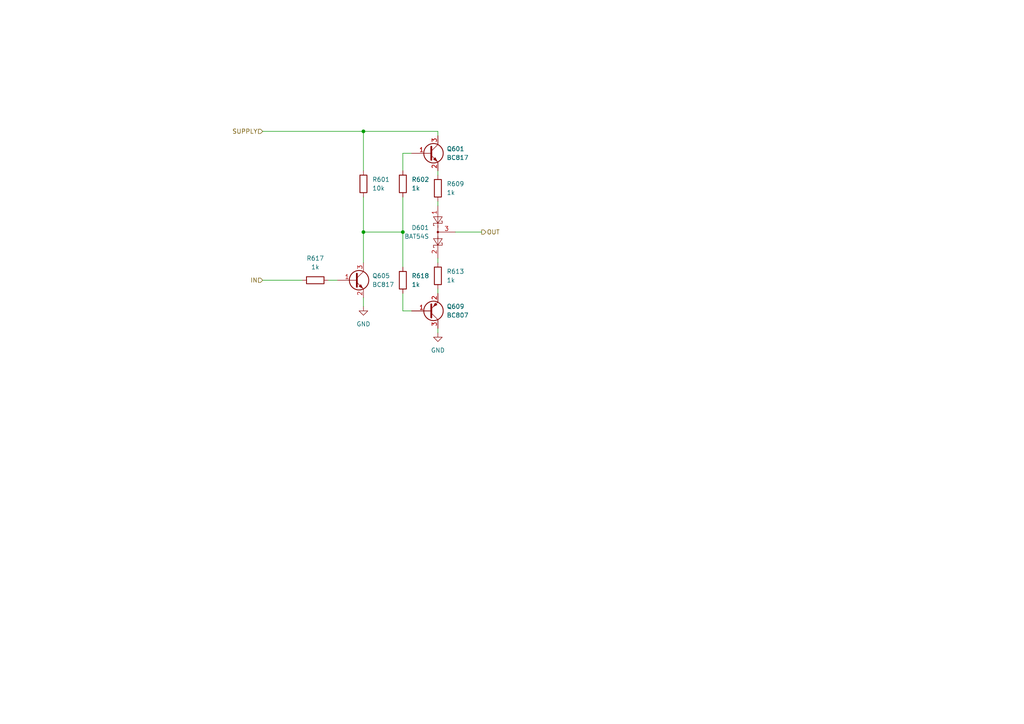
<source format=kicad_sch>
(kicad_sch (version 20230121) (generator eeschema)
  (paper "A4")
  (lib_symbols
    (symbol "Device:R" (pin_numbers hide) (pin_names (offset 0))
      (property "Reference" "R" (at 2.032 0 90))
      (property "Value" "R" (at 0 0 90))
      (symbol "R_0_1"
        (rectangle (start -1.016 -2.54) (end 1.016 2.54) (stroke (width 0.254)))
      )
      (symbol "R_1_1"
        (pin passive line (at 0 3.81 270) (length 1.27) (name "~") (number "1"))
        (pin passive line (at 0 -3.81 90) (length 1.27) (name "~") (number "2"))
      )
    )
    (symbol "FaSTTUBe_PnP:BAT54S" (pin_names (offset 1.016))
      (property "Reference" "D" (at 0.635 -3.81 0))
      (property "Value" "BAT54S" (at -6.35 3.175 0))
      (symbol "BAT54S_0_1"
        (polyline (pts (xy -3.81 0) (xy -1.27 0)))
        (polyline (pts (xy -3.175 -1.27) (xy -3.175 -1.016)))
        (polyline (pts (xy -2.54 -1.27) (xy -3.175 -1.27)))
        (polyline (pts (xy -2.54 -1.27) (xy -2.54 1.27)))
        (polyline (pts (xy -2.54 1.27) (xy -1.905 1.27)))
        (polyline (pts (xy -1.905 0) (xy 1.905 0)))
        (polyline (pts (xy -1.905 1.27) (xy -1.905 1.016)))
        (polyline (pts (xy 1.27 0) (xy 3.81 0)))
        (polyline (pts (xy 3.175 -1.27) (xy 3.175 -1.016)))
        (polyline (pts (xy 3.81 -1.27) (xy 3.175 -1.27)))
        (polyline (pts (xy 3.81 -1.27) (xy 3.81 1.27)))
        (polyline (pts (xy 3.81 1.27) (xy 4.445 1.27)))
        (polyline (pts (xy 4.445 1.27) (xy 4.445 1.016)))
        (polyline (pts (xy -4.445 1.27) (xy -4.445 -1.27) (xy -2.54 0) (xy -4.445 1.27)))
        (polyline (pts (xy 1.905 1.27) (xy 1.905 -1.27) (xy 3.81 0) (xy 1.905 1.27)))
        (circle (center 0 0) (radius 0.254) (fill (type outline)))
      )
      (symbol "BAT54S_1_1"
        (pin passive line (at -7.62 0 0) (length 3.81) (name "~") (number "1"))
        (pin passive line (at 7.62 0 180) (length 3.81) (name "~") (number "2"))
        (pin passive line (at 0 -5.08 90) (length 5.08) (name "~") (number "3"))
      )
    )
    (symbol "FaSTTUBe_PnP:BC807" (pin_names (offset 0) hide)
      (property "Reference" "Q" (at 5.08 1.905 0))
      (property "Value" "BC807" (at 5.08 0 0))
      (symbol "BC807_0_1"
        (polyline (pts (xy 0.635 0.635) (xy 2.54 2.54)))
        (polyline (pts (xy 0.635 -0.635) (xy 2.54 -2.54) (xy 2.54 -2.54)))
        (polyline (pts (xy 0.635 1.905) (xy 0.635 -1.905) (xy 0.635 -1.905)) (stroke (width 0.508)))
        (polyline (pts (xy 2.286 -1.778) (xy 1.778 -2.286) (xy 1.27 -1.27) (xy 2.286 -1.778) (xy 2.286 -1.778)) (fill (type outline)))
        (circle (center 1.27 0) (radius 2.8194) (stroke (width 0.254)))
      )
      (symbol "BC807_1_1"
        (pin input line (at -5.08 0 0) (length 5.715) (name "B") (number "1"))
        (pin passive line (at 2.54 -5.08 90) (length 2.54) (name "E") (number "2"))
        (pin passive line (at 2.54 5.08 270) (length 2.54) (name "C") (number "3"))
      )
    )
    (symbol "FaSTTUBe_PnP:BC817" (pin_names (offset 0) hide)
      (property "Reference" "Q" (at 5.08 1.905 0))
      (property "Value" "BC817" (at 5.08 0 0))
      (symbol "BC817_0_1"
        (polyline (pts (xy 0.635 0.635) (xy 2.54 2.54)))
        (polyline (pts (xy 0.635 -0.635) (xy 2.54 -2.54) (xy 2.54 -2.54)))
        (polyline (pts (xy 0.635 1.905) (xy 0.635 -1.905) (xy 0.635 -1.905)) (stroke (width 0.508)))
        (polyline (pts (xy 1.27 -1.778) (xy 1.778 -1.27) (xy 2.286 -2.286) (xy 1.27 -1.778) (xy 1.27 -1.778)) (fill (type outline)))
        (circle (center 1.27 0) (radius 2.8194) (stroke (width 0.254)))
      )
      (symbol "BC817_1_1"
        (pin input line (at -5.08 0 0) (length 5.715) (name "B") (number "1"))
        (pin passive line (at 2.54 -5.08 90) (length 2.54) (name "E") (number "2"))
        (pin passive line (at 2.54 5.08 270) (length 2.54) (name "C") (number "3"))
      )
    )
    (symbol "power:GND" (power) (pin_names (offset 0))
      (property "Value" "GND" (at 0 -3.81 0))
      (symbol "GND_0_1"
        (polyline (pts (xy 0 0) (xy 0 -1.27) (xy 1.27 -1.27) (xy 0 -2.54) (xy -1.27 -1.27) (xy 0 -1.27)))
      )
      (symbol "GND_1_1"
        (pin power_in line (at 0 0 270) (length 0) hide (name "GND") (number "1"))
      )
    )
  )
  (junction (at 116.84 67.31))
  (junction (at 105.41 67.31))
  (junction (at 105.41 38.1))
  (wire (pts (xy 116.84 44.45) (xy 119.38 44.45)))
  (wire (pts (xy 116.84 49.53) (xy 116.84 44.45)))
  (wire (pts (xy 127 74.93) (xy 127 76.2)))
  (wire (pts (xy 116.84 67.31) (xy 116.84 77.47)))
  (wire (pts (xy 105.41 67.31) (xy 116.84 67.31)))
  (wire (pts (xy 127 58.42) (xy 127 59.69)))
  (wire (pts (xy 127 38.1) (xy 127 39.37)))
  (wire (pts (xy 127 95.25) (xy 127 96.52)))
  (wire (pts (xy 127 83.82) (xy 127 85.09)))
  (wire (pts (xy 105.41 86.36) (xy 105.41 88.9)))
  (wire (pts (xy 105.41 49.53) (xy 105.41 38.1)))
  (wire (pts (xy 76.2 81.28) (xy 87.63 81.28)))
  (wire (pts (xy 132.08 67.31) (xy 139.7 67.31)))
  (wire (pts (xy 76.2 38.1) (xy 105.41 38.1)))
  (wire (pts (xy 105.41 67.31) (xy 105.41 76.2)))
  (wire (pts (xy 127 49.53) (xy 127 50.8)))
  (wire (pts (xy 116.84 90.17) (xy 116.84 85.09)))
  (wire (pts (xy 116.84 57.15) (xy 116.84 67.31)))
  (wire (pts (xy 119.38 90.17) (xy 116.84 90.17)))
  (wire (pts (xy 105.41 38.1) (xy 127 38.1)))
  (wire (pts (xy 95.25 81.28) (xy 97.79 81.28)))
  (wire (pts (xy 105.41 57.15) (xy 105.41 67.31)))
  (hierarchical_label "IN" (shape input) (at 76.2 81.28 180))
  (hierarchical_label "OUT" (shape output) (at 139.7 67.31 0))
  (hierarchical_label "SUPPLY" (shape input) (at 76.2 38.1 180))
  (symbol (lib_id "power:GND") (at 127 96.52 0) (unit 1)
    (property "Reference" "#PWR0605" (effects hide))
    (property "Value" "GND" (at 127 101.6 0))
    (instances (project "Sensor_Board" (path "" (reference "#PWR0605") (unit 1)) (path "" (reference "#PWR0182") (unit 1)) (path "" (reference "#PWR0184") (unit 1)) (path "" (reference "#PWR0186") (unit 1)) (path "" (reference "#PWR0188") (unit 1)) (path "" (reference "#PWR0190") (unit 1)) (path "" (reference "#PWR0192") (unit 1)) (path "" (reference "#PWR0194") (unit 1)) (path "" (reference "#PWR0196") (unit 1))) (project "FT22_VCU_Konzept" (path "" (reference "#PWR0161") (unit 1))))
  )
  (symbol (lib_id "FaSTTUBe_PnP:BC807") (at 124.46 90.17 0) (mirror x) (unit 1)
    (property "Reference" "Q609" (at 129.54 88.8999 0) (effects (justify left)))
    (property "Value" "BC807" (at 129.54 91.4399 0) (effects (justify left)))
    (property "Footprint" "Package_TO_SOT_SMD:SOT-23" (effects hide))
    (property "Datasheet" "https://www.onsemi.com/pub/Collateral/BC808-D.pdf" (effects hide))
    (instances (project "Sensor_Board" (path "" (reference "Q609") (unit 1)) (path "" (reference "Q9") (unit 1)) (path "" (reference "Q12") (unit 1)) (path "" (reference "Q15") (unit 1)) (path "" (reference "Q18") (unit 1)) (path "" (reference "Q21") (unit 1)) (path "" (reference "Q24") (unit 1)) (path "" (reference "Q27") (unit 1)) (path "" (reference "Q30") (unit 1))) (project "FT22_VCU_Konzept" (path "" (reference "Q13") (unit 1))))
  )
  (symbol (lib_id "Device:R") (at 116.84 53.34 0) (unit 1)
    (property "Reference" "R602" (at 119.38 52.0699 0) (effects (justify left)))
    (property "Value" "1k" (at 119.38 54.6099 0) (effects (justify left)))
    (property "Footprint" "Resistor_SMD:R_0603_1608Metric" (effects hide))
    (instances (project "Sensor_Board" (path "" (reference "R602") (unit 1)) (path "" (reference "R86") (unit 1)) (path "" (reference "R92") (unit 1)) (path "" (reference "R98") (unit 1)) (path "" (reference "R104") (unit 1)) (path "" (reference "R110") (unit 1)) (path "" (reference "R116") (unit 1)) (path "" (reference "R122") (unit 1)) (path "" (reference "R128") (unit 1))) (project "FT22_VCU_Konzept" (path "" (reference "R57") (unit 1))))
  )
  (symbol (lib_id "FaSTTUBe_PnP:BC817") (at 102.87 81.28 0) (unit 1)
    (property "Reference" "Q605" (at 107.95 80.0099 0) (effects (justify left)))
    (property "Value" "BC817" (at 107.95 82.5499 0) (effects (justify left)))
    (property "Footprint" "Package_TO_SOT_SMD:SOT-23" (effects hide))
    (property "Datasheet" "https://www.onsemi.com/pub/Collateral/BC818-D.pdf" (effects hide))
    (instances (project "Sensor_Board" (path "" (reference "Q605") (unit 1)) (path "" (reference "Q8") (unit 1)) (path "" (reference "Q11") (unit 1)) (path "" (reference "Q14") (unit 1)) (path "" (reference "Q17") (unit 1)) (path "" (reference "Q20") (unit 1)) (path "" (reference "Q23") (unit 1)) (path "" (reference "Q26") (unit 1)) (path "" (reference "Q29") (unit 1))) (project "FT22_VCU_Konzept" (path "" (reference "Q9") (unit 1))))
  )
  (symbol (lib_id "Device:R") (at 91.44 81.28 90) (unit 1)
    (property "Reference" "R617" (at 91.44 74.93 90))
    (property "Value" "1k" (at 91.44 77.47 90))
    (property "Footprint" "Resistor_SMD:R_0603_1608Metric" (effects hide))
    (instances (project "Sensor_Board" (path "" (reference "R617") (unit 1)) (path "" (reference "R89") (unit 1)) (path "" (reference "R95") (unit 1)) (path "" (reference "R101") (unit 1)) (path "" (reference "R107") (unit 1)) (path "" (reference "R113") (unit 1)) (path "" (reference "R119") (unit 1)) (path "" (reference "R125") (unit 1)) (path "" (reference "R131") (unit 1))) (project "FT22_VCU_Konzept" (path "" (reference "R72") (unit 1))))
  )
  (symbol (lib_id "FaSTTUBe_PnP:BC817") (at 124.46 44.45 0) (unit 1)
    (property "Reference" "Q601" (at 129.54 43.1799 0) (effects (justify left)))
    (property "Value" "BC817" (at 129.54 45.7199 0) (effects (justify left)))
    (property "Footprint" "Package_TO_SOT_SMD:SOT-23" (effects hide))
    (property "Datasheet" "https://www.onsemi.com/pub/Collateral/BC818-D.pdf" (effects hide))
    (instances (project "Sensor_Board" (path "" (reference "Q601") (unit 1)) (path "" (reference "Q7") (unit 1)) (path "" (reference "Q10") (unit 1)) (path "" (reference "Q13") (unit 1)) (path "" (reference "Q16") (unit 1)) (path "" (reference "Q19") (unit 1)) (path "" (reference "Q22") (unit 1)) (path "" (reference "Q25") (unit 1)) (path "" (reference "Q28") (unit 1))) (project "FT22_VCU_Konzept" (path "" (reference "Q5") (unit 1))))
  )
  (symbol (lib_id "Device:R") (at 127 80.01 0) (unit 1)
    (property "Reference" "R613" (at 129.54 78.7399 0) (effects (justify left)))
    (property "Value" "1k" (at 129.54 81.2799 0) (effects (justify left)))
    (property "Footprint" "Resistor_SMD:R_0603_1608Metric" (effects hide))
    (instances (project "Sensor_Board" (path "" (reference "R613") (unit 1)) (path "" (reference "R88") (unit 1)) (path "" (reference "R94") (unit 1)) (path "" (reference "R100") (unit 1)) (path "" (reference "R106") (unit 1)) (path "" (reference "R112") (unit 1)) (path "" (reference "R118") (unit 1)) (path "" (reference "R124") (unit 1)) (path "" (reference "R130") (unit 1))) (project "FT22_VCU_Konzept" (path "" (reference "R68") (unit 1))))
  )
  (symbol (lib_id "Device:R") (at 116.84 81.28 0) (unit 1)
    (property "Reference" "R618" (at 119.38 80.0099 0) (effects (justify left)))
    (property "Value" "1k" (at 119.38 82.5499 0) (effects (justify left)))
    (property "Footprint" "Resistor_SMD:R_0603_1608Metric" (effects hide))
    (instances (project "Sensor_Board" (path "" (reference "R618") (unit 1)) (path "" (reference "R90") (unit 1)) (path "" (reference "R96") (unit 1)) (path "" (reference "R102") (unit 1)) (path "" (reference "R108") (unit 1)) (path "" (reference "R114") (unit 1)) (path "" (reference "R120") (unit 1)) (path "" (reference "R126") (unit 1)) (path "" (reference "R132") (unit 1))) (project "FT22_VCU_Konzept" (path "" (reference "R73") (unit 1))))
  )
  (symbol (lib_id "Device:R") (at 127 54.61 0) (unit 1)
    (property "Reference" "R609" (at 129.54 53.3399 0) (effects (justify left)))
    (property "Value" "1k" (at 129.54 55.8799 0) (effects (justify left)))
    (property "Footprint" "Resistor_SMD:R_0603_1608Metric" (effects hide))
    (instances (project "Sensor_Board" (path "" (reference "R609") (unit 1)) (path "" (reference "R87") (unit 1)) (path "" (reference "R93") (unit 1)) (path "" (reference "R99") (unit 1)) (path "" (reference "R105") (unit 1)) (path "" (reference "R111") (unit 1)) (path "" (reference "R117") (unit 1)) (path "" (reference "R123") (unit 1)) (path "" (reference "R129") (unit 1))) (project "FT22_VCU_Konzept" (path "" (reference "R64") (unit 1))))
  )
  (symbol (lib_id "power:GND") (at 105.41 88.9 0) (unit 1)
    (property "Reference" "#PWR0601" (effects hide))
    (property "Value" "GND" (at 105.41 93.98 0))
    (instances (project "Sensor_Board" (path "" (reference "#PWR0601") (unit 1)) (path "" (reference "#PWR0181") (unit 1)) (path "" (reference "#PWR0183") (unit 1)) (path "" (reference "#PWR0185") (unit 1)) (path "" (reference "#PWR0187") (unit 1)) (path "" (reference "#PWR0189") (unit 1)) (path "" (reference "#PWR0191") (unit 1)) (path "" (reference "#PWR0193") (unit 1)) (path "" (reference "#PWR0195") (unit 1))) (project "FT22_VCU_Konzept" (path "" (reference "#PWR0157") (unit 1))))
  )
  (symbol (lib_id "FaSTTUBe_PnP:BAT54S") (at 127 67.31 90) (mirror x) (unit 1)
    (property "Reference" "D601" (at 124.46 66.0399 90) (effects (justify left)))
    (property "Value" "BAT54S" (at 124.46 68.5799 90) (effects (justify left)))
    (property "Footprint" "Package_TO_SOT_SMD:SOT-23" (effects hide))
    (property "Datasheet" "https://www.diodes.com/assets/Datasheets/ds11005.pdf" (effects hide))
    (instances (project "Sensor_Board" (path "" (reference "D601") (unit 1)) (path "" (reference "D51") (unit 1)) (path "" (reference "D52") (unit 1)) (path "" (reference "D53") (unit 1)) (path "" (reference "D54") (unit 1)) (path "" (reference "D55") (unit 1)) (path "" (reference "D56") (unit 1)) (path "" (reference "D57") (unit 1)) (path "" (reference "D58") (unit 1))) (project "FT22_VCU_Konzept" (path "" (reference "D34") (unit 1))))
  )
  (symbol (lib_id "Device:R") (at 105.41 53.34 0) (unit 1)
    (property "Reference" "R601" (at 107.95 52.0699 0) (effects (justify left)))
    (property "Value" "10k" (at 107.95 54.6099 0) (effects (justify left)))
    (property "Footprint" "Resistor_SMD:R_0603_1608Metric" (effects hide))
    (instances (project "Sensor_Board" (path "" (reference "R601") (unit 1)) (path "" (reference "R85") (unit 1)) (path "" (reference "R91") (unit 1)) (path "" (reference "R97") (unit 1)) (path "" (reference "R103") (unit 1)) (path "" (reference "R109") (unit 1)) (path "" (reference "R115") (unit 1)) (path "" (reference "R121") (unit 1)) (path "" (reference "R127") (unit 1))) (project "FT22_VCU_Konzept" (path "" (reference "R56") (unit 1))))
  )
)
</source>
